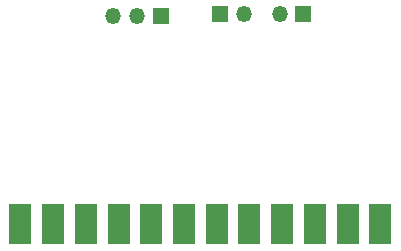
<source format=gbr>
%TF.GenerationSoftware,KiCad,Pcbnew,(5.1.6)-1*%
%TF.CreationDate,2020-08-13T12:17:15+01:00*%
%TF.ProjectId,open-amiga-sampler-smd,6f70656e-2d61-46d6-9967-612d73616d70,rev?*%
%TF.SameCoordinates,Original*%
%TF.FileFunction,Soldermask,Bot*%
%TF.FilePolarity,Negative*%
%FSLAX46Y46*%
G04 Gerber Fmt 4.6, Leading zero omitted, Abs format (unit mm)*
G04 Created by KiCad (PCBNEW (5.1.6)-1) date 2020-08-13 12:17:15*
%MOMM*%
%LPD*%
G01*
G04 APERTURE LIST*
%ADD10O,1.350000X1.350000*%
%ADD11R,1.350000X1.350000*%
%ADD12R,1.846667X3.480000*%
G04 APERTURE END LIST*
D10*
%TO.C,RV1*%
X90932500Y-131381500D03*
X92932500Y-131381500D03*
D11*
X94932500Y-131381500D03*
%TD*%
D10*
%TO.C,J2*%
X102000000Y-131191000D03*
D11*
X100000000Y-131191000D03*
%TD*%
D10*
%TO.C,J1*%
X105010200Y-131191000D03*
D11*
X107010200Y-131191000D03*
%TD*%
D12*
%TO.C,J3*%
X83063000Y-149034500D03*
X85833000Y-149034500D03*
X88603000Y-149034500D03*
X91373000Y-149034500D03*
X94143000Y-149034500D03*
X96913000Y-149034500D03*
X99683000Y-149034500D03*
X102453000Y-149034500D03*
X105223000Y-149034500D03*
X107993000Y-149034500D03*
X110763000Y-149034500D03*
X113533000Y-149034500D03*
%TD*%
M02*

</source>
